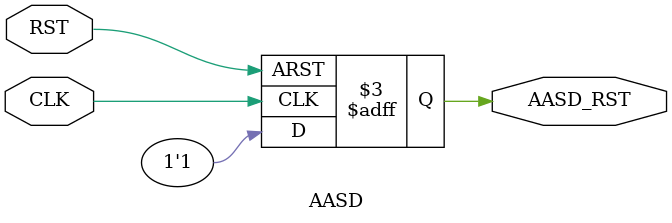
<source format=v>
`timescale 1 ns / 1 ns

module AASD (AASD_RST, CLK, RST);
  output reg AASD_RST;
  input CLK, RST;
  reg HIGH;

always @ (posedge CLK or negedge RST)
  if (!RST) begin // if reset is low then,
    AASD_RST <= 1'b0; // output will always be zero
  end
  else begin
    AASD_RST <= 1'b1; // output is synchronized and
  end // counter will work normally
endmodule
</source>
